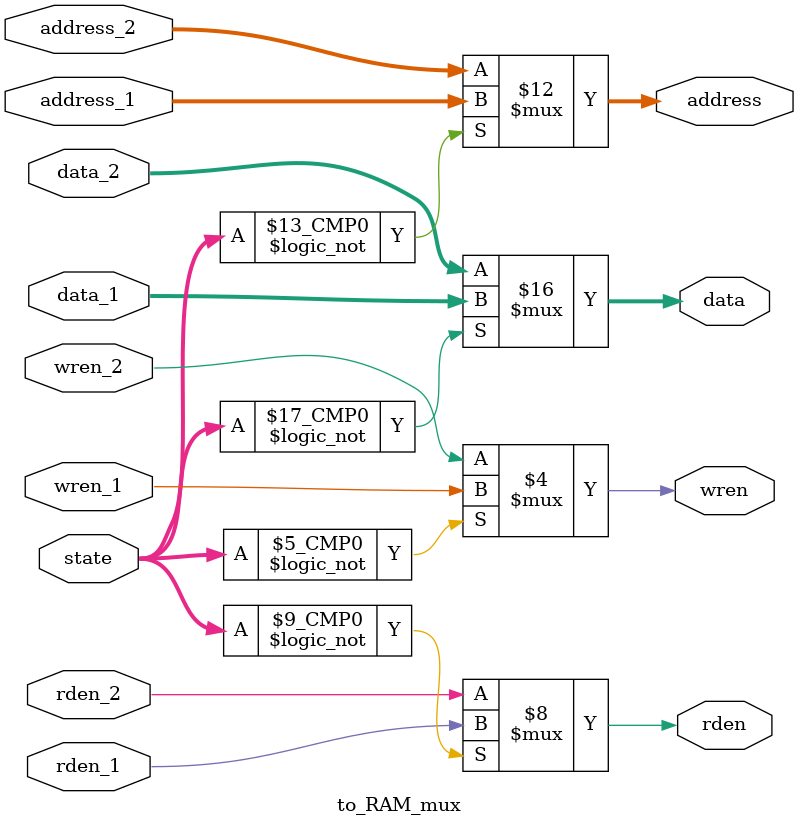
<source format=sv>
module to_RAM_mux(
	input [7:0] data_1,
   input [7:0] address_1,
	input rden_1,
	input wren_1,
	input [7:0] data_2,
   input [7:0] address_2,
	input rden_2,
	input wren_2,
	input [9:0] state,
	output logic [7:0] data,
   output logic [7:0] address,
	output logic rden,
	output logic wren
	);
	
	always_comb begin
		case(state) 
			00000000000: begin	
							data <= data_1;
							address <= address_1;
							rden <= rden_1;
							wren <= wren_1;
					 end
			0000000001: begin
							data <= data_2;
							address <= address_2;
							rden <= rden_2;
							wren <= wren_2;
					 end
			default: begin 
							data <= data_2;
							address <= address_2;
							rden <= rden_2;
							wren <= wren_2;
						end
			
		endcase
	
	end
	
endmodule

	
</source>
